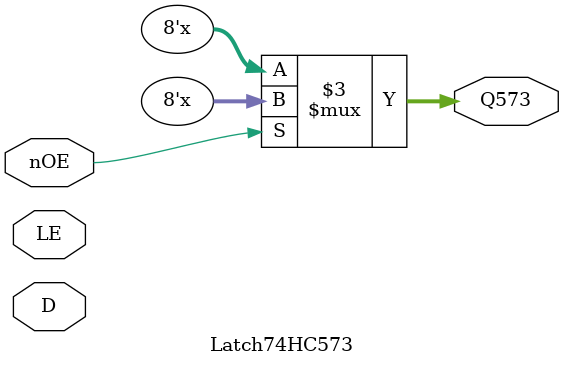
<source format=v>
module Latch74HC573 (
    LE,nOE,D,Q573
);
    input   LE,     nOE;        //LE        控制数据是否读入
                                //nOE       （低电平有效）控制数据是否输出
    input   [7:0]   D;          //D         输入端口
    output  [7:0]   Q573;       //Q573      输出端口
    reg     [7:0]   Q573;
    reg     [7:0]   q_latch;    //q_latch   锁存器
    always @(*) begin           //当端口信号发生变化时
        if (LE)     q_latch <=  D;          //如果LE为高电平时将数据读入
        if (nOE)    Q573    <=  8'bz;       //如果nOE为高电平时输出为高阻
        else        Q573    <=  q_latch;    //如果nOE为低电平时输出为锁存器q_latch中的值
    end
endmodule

</source>
